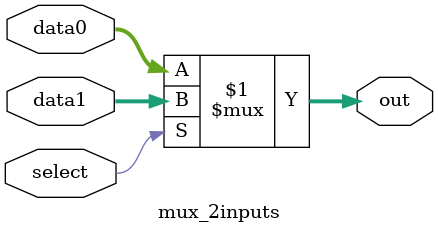
<source format=sv>
module mux_2inputs (
	input logic [3:0] data0,
	input logic	[3:0] data1,
	input logic select,
	output logic [3:0] out
);
	assign out = select ? data1 : data0;
endmodule

</source>
